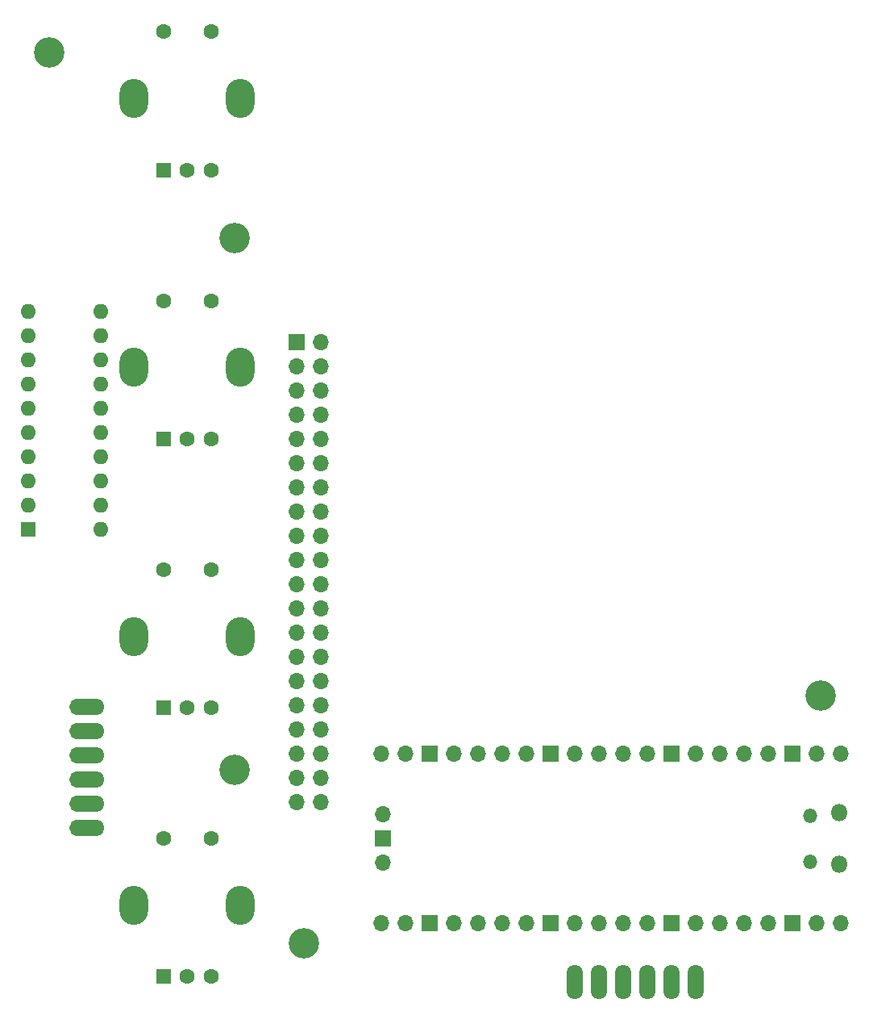
<source format=gbr>
G04 #@! TF.GenerationSoftware,KiCad,Pcbnew,8.0.4*
G04 #@! TF.CreationDate,2024-08-06T18:41:40+09:00*
G04 #@! TF.ProjectId,Fakedeck-garber,46616b65-6465-4636-9b2d-676172626572,rev?*
G04 #@! TF.SameCoordinates,Original*
G04 #@! TF.FileFunction,Soldermask,Top*
G04 #@! TF.FilePolarity,Negative*
%FSLAX46Y46*%
G04 Gerber Fmt 4.6, Leading zero omitted, Abs format (unit mm)*
G04 Created by KiCad (PCBNEW 8.0.4) date 2024-08-06 18:41:40*
%MOMM*%
%LPD*%
G01*
G04 APERTURE LIST*
G04 Aperture macros list*
%AMRoundRect*
0 Rectangle with rounded corners*
0 $1 Rounding radius*
0 $2 $3 $4 $5 $6 $7 $8 $9 X,Y pos of 4 corners*
0 Add a 4 corners polygon primitive as box body*
4,1,4,$2,$3,$4,$5,$6,$7,$8,$9,$2,$3,0*
0 Add four circle primitives for the rounded corners*
1,1,$1+$1,$2,$3*
1,1,$1+$1,$4,$5*
1,1,$1+$1,$6,$7*
1,1,$1+$1,$8,$9*
0 Add four rect primitives between the rounded corners*
20,1,$1+$1,$2,$3,$4,$5,0*
20,1,$1+$1,$4,$5,$6,$7,0*
20,1,$1+$1,$6,$7,$8,$9,0*
20,1,$1+$1,$8,$9,$2,$3,0*%
G04 Aperture macros list end*
%ADD10RoundRect,0.250000X0.550000X-0.550000X0.550000X0.550000X-0.550000X0.550000X-0.550000X-0.550000X0*%
%ADD11C,1.600000*%
%ADD12O,3.000000X4.100000*%
%ADD13C,3.200000*%
%ADD14O,1.700000X3.644000*%
%ADD15O,1.700000X1.700000*%
%ADD16R,1.700000X1.700000*%
%ADD17O,3.644000X1.700000*%
%ADD18R,1.600000X1.600000*%
%ADD19O,1.600000X1.600000*%
%ADD20O,1.800000X1.800000*%
%ADD21O,1.500000X1.500000*%
G04 APERTURE END LIST*
D10*
X133445000Y-143685000D03*
D11*
X138445000Y-143685000D03*
X135945000Y-143685000D03*
X133445000Y-129185000D03*
X138445000Y-129185000D03*
D12*
X130345000Y-136185000D03*
X141545000Y-136185000D03*
D10*
X133445000Y-59035000D03*
D11*
X138445000Y-59035000D03*
X135945000Y-59035000D03*
X133445000Y-44535000D03*
X138445000Y-44535000D03*
D12*
X130345000Y-51535000D03*
X141545000Y-51535000D03*
D13*
X202465000Y-114195000D03*
X148175000Y-140205000D03*
X121465000Y-46695000D03*
D14*
X189325000Y-144262000D03*
D15*
X189325000Y-145195000D03*
D14*
X186785000Y-144262000D03*
D15*
X186785000Y-145195000D03*
D14*
X184245000Y-144262000D03*
D15*
X184245000Y-145195000D03*
D14*
X181705000Y-144262000D03*
D15*
X181705000Y-145195000D03*
D14*
X179165000Y-144262000D03*
D15*
X179165000Y-145195000D03*
D14*
X176625000Y-144262000D03*
D15*
X176625000Y-145195000D03*
D10*
X133445000Y-87251668D03*
D11*
X138445000Y-87251668D03*
X135945000Y-87251668D03*
X133445000Y-72751668D03*
X138445000Y-72751668D03*
D12*
X130345000Y-79751668D03*
X141545000Y-79751668D03*
D13*
X140965000Y-66205002D03*
X140965000Y-122015000D03*
D10*
X133445000Y-115468334D03*
D11*
X138445000Y-115468334D03*
X135945000Y-115468334D03*
X133445000Y-100968334D03*
X138445000Y-100968334D03*
D12*
X130345000Y-107968334D03*
X141545000Y-107968334D03*
D16*
X147415000Y-77075000D03*
D15*
X147415000Y-79615000D03*
X147415000Y-82155000D03*
X147415000Y-84695000D03*
X147415000Y-87235000D03*
X147415000Y-89775000D03*
X147415000Y-92315000D03*
X147415000Y-94855000D03*
X147415000Y-97395000D03*
X147415000Y-99935000D03*
X147415000Y-102475000D03*
X147415000Y-105015000D03*
X147415000Y-107555000D03*
X147415000Y-110095000D03*
X147415000Y-112635000D03*
X147415000Y-115175000D03*
X147415000Y-117715000D03*
X147415000Y-120255000D03*
X147415000Y-122795000D03*
X147415000Y-125335000D03*
X149955000Y-77075000D03*
X149955000Y-79615000D03*
X149955000Y-82155000D03*
X149955000Y-84695000D03*
X149955000Y-87235000D03*
X149955000Y-89775000D03*
X149955000Y-92315000D03*
X149955000Y-94855000D03*
X149955000Y-97395000D03*
X149955000Y-99935000D03*
X149955000Y-102475000D03*
X149955000Y-105015000D03*
X149955000Y-107555000D03*
X149955000Y-110095000D03*
X149955000Y-112635000D03*
X149955000Y-115175000D03*
X149955000Y-117715000D03*
X149955000Y-120255000D03*
X149955000Y-122795000D03*
X149955000Y-125335000D03*
D17*
X125393000Y-115335000D03*
D15*
X124460000Y-115335000D03*
D17*
X125393000Y-117875000D03*
D15*
X124460000Y-117875000D03*
D17*
X125393000Y-120415000D03*
D15*
X124460000Y-120415000D03*
D17*
X125393000Y-122955000D03*
D15*
X124460000Y-122955000D03*
D17*
X125393000Y-125495000D03*
D15*
X124460000Y-125495000D03*
D17*
X125393000Y-128035000D03*
D15*
X124460000Y-128035000D03*
D18*
X119265000Y-96735000D03*
D19*
X119265000Y-94195000D03*
X119265000Y-91655000D03*
X119265000Y-89115000D03*
X119265000Y-86575000D03*
X119265000Y-84035000D03*
X119265000Y-81495000D03*
X119265000Y-78955000D03*
X119265000Y-76415000D03*
X119265000Y-73875000D03*
X126885000Y-73875000D03*
X126885000Y-76415000D03*
X126885000Y-78955000D03*
X126885000Y-81495000D03*
X126885000Y-84035000D03*
X126885000Y-86575000D03*
X126885000Y-89115000D03*
X126885000Y-91655000D03*
X126885000Y-94195000D03*
X126885000Y-96735000D03*
D20*
X204435000Y-131920000D03*
D21*
X201405000Y-131620000D03*
X201405000Y-126770000D03*
D20*
X204435000Y-126470000D03*
D15*
X204565000Y-138085000D03*
X202025000Y-138085000D03*
D16*
X199485000Y-138085000D03*
D15*
X196945000Y-138085000D03*
X194405000Y-138085000D03*
X191865000Y-138085000D03*
X189325000Y-138085000D03*
D16*
X186785000Y-138085000D03*
D15*
X184245000Y-138085000D03*
X181705000Y-138085000D03*
X179165000Y-138085000D03*
X176625000Y-138085000D03*
D16*
X174085000Y-138085000D03*
D15*
X171545000Y-138085000D03*
X169005000Y-138085000D03*
X166465000Y-138085000D03*
X163925000Y-138085000D03*
D16*
X161385000Y-138085000D03*
D15*
X158845000Y-138085000D03*
X156305000Y-138085000D03*
X156305000Y-120305000D03*
X158845000Y-120305000D03*
D16*
X161385000Y-120305000D03*
D15*
X163925000Y-120305000D03*
X166465000Y-120305000D03*
X169005000Y-120305000D03*
X171545000Y-120305000D03*
D16*
X174085000Y-120305000D03*
D15*
X176625000Y-120305000D03*
X179165000Y-120305000D03*
X181705000Y-120305000D03*
X184245000Y-120305000D03*
D16*
X186785000Y-120305000D03*
D15*
X189325000Y-120305000D03*
X191865000Y-120305000D03*
X194405000Y-120305000D03*
X196945000Y-120305000D03*
D16*
X199485000Y-120305000D03*
D15*
X202025000Y-120305000D03*
X204565000Y-120305000D03*
X156535000Y-131735000D03*
D16*
X156535000Y-129195000D03*
D15*
X156535000Y-126655000D03*
M02*

</source>
